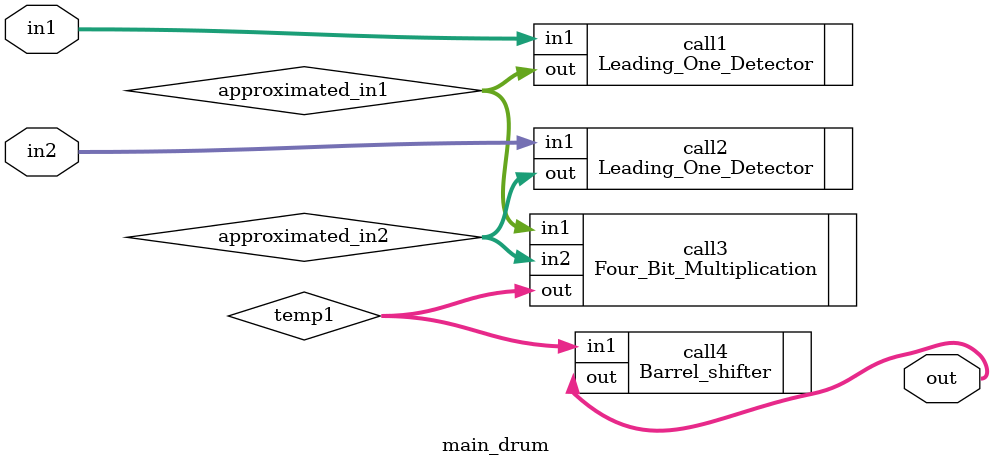
<source format=v>
`timescale 1ns / 1ps




// HERE BOTH THE OPERANDS ARE OF (n = 8) BITS BUT WE WILL CONVERT INTO (k = 4) BITS AND THEN FIND THE APPROXIMATE MULTIPLICATION RESULTS

module main_drum(in1, in2, out);

input [7:0] in1;    // This is the accurate 8- bit input .....(OPERAND -> 1)
input [7:0] in2;    // This is the accurate 8- bit input ......(OPERAND -> 2)
output [15:0] out  ; // This is the approximated multiplicated after it into 4 bits each and then getting the 8-bit multiplication but ultimately we will compare this it with actual multiplication which is supposed to be of 16-bits ....


wire [3:0] approximated_in1 ;  // 4-bit approximated value of the OPERAND-1 ....
wire [3:0] approximated_in2 ;  // 4-bit approximated value of the OPERAND - 2 ...

integer temp ;

wire [7:0] temp1 ;

//assign temp1 = 16'b0000000000000000 ;

////////////////////////////////

// This will select the K bits as per the rule of the DRUM from the given N bits ....


Leading_One_Detector call1 (

.in1(in1) ,
.out(approximated_in1)

);



Leading_One_Detector call2(

.in1(in2) ,
.out(approximated_in2)

);


Four_Bit_Multiplication call3(


.in1(approximated_in1) ,
.in2(approximated_in2) ,
.out(temp1)

);


Barrel_shifter call4(

.in1(temp1) , 
.out(out)


);

// After having this multiplication

//assign out  = temp1 ;

//assign out  = {4'b0000 , temp1, 4'b0000} ;

endmodule

</source>
